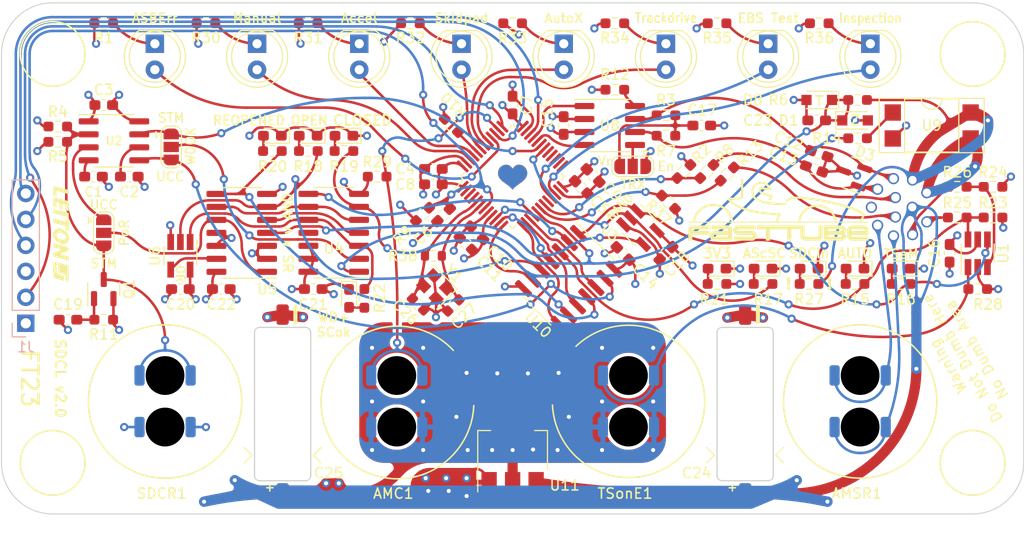
<source format=kicad_pcb>
(kicad_pcb (version 20221018) (generator pcbnew)

  (general
    (thickness 1.6)
  )

  (paper "A4")
  (layers
    (0 "F.Cu" signal)
    (1 "In1.Cu" power "In1-GND.Cu")
    (2 "In2.Cu" power "In2-3V3.Cu")
    (31 "B.Cu" signal)
    (33 "F.Adhes" user "F.Adhesive")
    (35 "F.Paste" user)
    (37 "F.SilkS" user "F.Silkscreen")
    (38 "B.Mask" user)
    (39 "F.Mask" user)
    (40 "Dwgs.User" user "User.Drawings")
    (41 "Cmts.User" user "User.Comments")
    (42 "Eco1.User" user "User.Eco1")
    (43 "Eco2.User" user "User.Eco2")
    (44 "Edge.Cuts" user)
    (45 "Margin" user)
    (46 "B.CrtYd" user "B.Courtyard")
    (47 "F.CrtYd" user "F.Courtyard")
    (49 "F.Fab" user)
  )

  (setup
    (stackup
      (layer "F.SilkS" (type "Top Silk Screen"))
      (layer "F.Paste" (type "Top Solder Paste"))
      (layer "F.Mask" (type "Top Solder Mask") (thickness 0.01))
      (layer "F.Cu" (type "copper") (thickness 0.035))
      (layer "dielectric 1" (type "core") (thickness 0.48) (material "FR4") (epsilon_r 4.5) (loss_tangent 0.02))
      (layer "In1.Cu" (type "copper") (thickness 0.035))
      (layer "dielectric 2" (type "prepreg") (thickness 0.48) (material "FR4") (epsilon_r 4.5) (loss_tangent 0.02))
      (layer "In2.Cu" (type "copper") (thickness 0.035))
      (layer "dielectric 3" (type "core") (thickness 0.48) (material "FR4") (epsilon_r 4.5) (loss_tangent 0.02))
      (layer "B.Cu" (type "copper") (thickness 0.035))
      (layer "B.Mask" (type "Bottom Solder Mask") (thickness 0.01))
      (copper_finish "None")
      (dielectric_constraints no)
    )
    (pad_to_mask_clearance 0)
    (pcbplotparams
      (layerselection 0x00010e0_ffffffff)
      (plot_on_all_layers_selection 0x0000000_00000000)
      (disableapertmacros false)
      (usegerberextensions false)
      (usegerberattributes true)
      (usegerberadvancedattributes true)
      (creategerberjobfile true)
      (dashed_line_dash_ratio 12.000000)
      (dashed_line_gap_ratio 3.000000)
      (svgprecision 6)
      (plotframeref false)
      (viasonmask false)
      (mode 1)
      (useauxorigin false)
      (hpglpennumber 1)
      (hpglpenspeed 20)
      (hpglpendiameter 15.000000)
      (dxfpolygonmode true)
      (dxfimperialunits true)
      (dxfusepcbnewfont true)
      (psnegative false)
      (psa4output false)
      (plotreference true)
      (plotvalue true)
      (plotinvisibletext false)
      (sketchpadsonfab false)
      (subtractmaskfromsilk false)
      (outputformat 1)
      (mirror false)
      (drillshape 0)
      (scaleselection 1)
      (outputdirectory "export/gbr/")
    )
  )

  (net 0 "")
  (net 1 "GND")
  (net 2 "NRST")
  (net 3 "+12V")
  (net 4 "AMC")
  (net 5 "TRACESWO")
  (net 6 "SWDIO")
  (net 7 "SWCLK")
  (net 8 "Net-(Q1-G)")
  (net 9 "AMSRin")
  (net 10 "AMSRout")
  (net 11 "+3.3V")
  (net 12 "/CAN TRX/CAN_H")
  (net 13 "/CAN TRX/CAN_L")
  (net 14 "Net-(U7-PF0)")
  (net 15 "/Connections/SDC_in_3V3")
  (net 16 "Net-(U7-PF1)")
  (net 17 "Net-(D2-K)")
  (net 18 "/Backup AMI/AMI0")
  (net 19 "Net-(D4-A)")
  (net 20 "/Backup AMI/AMI1")
  (net 21 "Net-(D5-A)")
  (net 22 "/Backup AMI/AMI2")
  (net 23 "Net-(D6-A)")
  (net 24 "/Backup AMI/AMI3")
  (net 25 "Net-(D7-A)")
  (net 26 "/Backup AMI/AMI4")
  (net 27 "Net-(D9-A)")
  (net 28 "/Backup AMI/AMI5")
  (net 29 "Net-(D10-A)")
  (net 30 "/Backup AMI/AMI6")
  (net 31 "Net-(J2-Pad1)")
  (net 32 "Net-(J2-Pad9)")
  (net 33 "Net-(R14-Pad2)")
  (net 34 "Net-(D11-A)")
  (net 35 "Net-(D12-A)")
  (net 36 "Net-(D13-A)")
  (net 37 "Net-(D14-K)")
  (net 38 "Net-(D15-K)")
  (net 39 "Net-(D16-K)")
  (net 40 "Net-(D17-K)")
  (net 41 "Net-(D18-K)")
  (net 42 "/Non-Programmable Logic/~{WDO}")
  (net 43 "/Non-Programmable Logic/RP")
  (net 44 "/Non-Programmable Logic/WP")
  (net 45 "/Controller/TS_activate_MUXed")
  (net 46 "/Non-Programmable Logic/close_while_allowed")
  (net 47 "/Non-Programmable Logic/~{reset_all}")
  (net 48 "/Non-Programmable Logic/closing_allowed")
  (net 49 "/Non-Programmable Logic/~{reopen}")
  (net 50 "/Non-Programmable Logic/WD_and_SDCin_ok")
  (net 51 "/Non-Programmable Logic/~{try_close}")
  (net 52 "Net-(J2-Pad11)")
  (net 53 "Net-(J2-Pad12)")
  (net 54 "Net-(D19-K)")
  (net 55 "/Connections/SDC_out")
  (net 56 "/Connections/SDC_in")
  (net 57 "/Connections/TS_activate_dash")
  (net 58 "/Controller/Watchdog")
  (net 59 "WD_OK")
  (net 60 "/CAN TRX/CAN_TX")
  (net 61 "/CAN TRX/CAN_RX")
  (net 62 "Net-(D20-K)")
  (net 63 "/Connections/ASMS")
  (net 64 "/Buttons/~{SDC_reset}")
  (net 65 "/Controller/AS_close_SDC")
  (net 66 "CLOSED")
  (net 67 "INITIAL_OPEN")
  (net 68 "REOPENED")
  (net 69 "/Buttons/TS_activate_ext")
  (net 70 "/Controller/SDC_is_ready")
  (net 71 "Net-(JP1-C)")
  (net 72 "Net-(JPPoR1-A)")
  (net 73 "Net-(U7-BOOT0)")
  (net 74 "Net-(U8-Rs)")
  (net 75 "unconnected-(U7-PA8-Pad29)")
  (net 76 "unconnected-(U7-PB15-Pad28)")
  (net 77 "unconnected-(U7-PB14-Pad27)")
  (net 78 "unconnected-(U7-PB13-Pad26)")
  (net 79 "unconnected-(U7-PB12-Pad25)")
  (net 80 "unconnected-(U7-PB2-Pad20)")
  (net 81 "Net-(U7-PA5)")
  (net 82 "Net-(U7-PA4)")
  (net 83 "Net-(U7-PA3)")
  (net 84 "Net-(U7-PA2)")
  (net 85 "/CAN TRX/Vref")
  (net 86 "Net-(U7-PA1)")
  (net 87 "unconnected-(U4-Pad11)")
  (net 88 "Net-(U7-PA0)")
  (net 89 "LV_SENSE_2")
  (net 90 "LV_SENSE_1")
  (net 91 "unconnected-(U7-PC15-Pad4)")
  (net 92 "/Controller/asb_error")
  (net 93 "unconnected-(U7-PC14-Pad3)")
  (net 94 "unconnected-(U7-PC13-Pad2)")

  (footprint "Capacitor_SMD:C_0603_1608Metric_Pad1.08x0.95mm_HandSolder" (layer "F.Cu") (at 109 67))

  (footprint "Capacitor_SMD:C_0603_1608Metric_Pad1.08x0.95mm_HandSolder" (layer "F.Cu") (at 112.5 67))

  (footprint "Capacitor_SMD:C_0603_1608Metric_Pad1.08x0.95mm_HandSolder" (layer "F.Cu") (at 110 60 180))

  (footprint "Capacitor_SMD:C_0603_1608Metric_Pad1.08x0.95mm_HandSolder" (layer "F.Cu") (at 142.25 66.25 180))

  (footprint "Capacitor_SMD:C_0603_1608Metric_Pad1.08x0.95mm_HandSolder" (layer "F.Cu") (at 156.717515 68.06066 -45))

  (footprint "Capacitor_SMD:C_0603_1608Metric_Pad1.08x0.95mm_HandSolder" (layer "F.Cu") (at 143.25 70.75 -135))

  (footprint "Capacitor_SMD:C_0603_1608Metric_Pad1.08x0.95mm_HandSolder" (layer "F.Cu") (at 150 60 90))

  (footprint "Capacitor_SMD:C_0603_1608Metric_Pad1.08x0.95mm_HandSolder" (layer "F.Cu") (at 142.25 67.75 180))

  (footprint "Capacitor_SMD:C_0603_1608Metric_Pad1.08x0.95mm_HandSolder" (layer "F.Cu") (at 157.867538 66.897577 -45))

  (footprint "Capacitor_SMD:C_0603_1608Metric_Pad1.08x0.95mm_HandSolder" (layer "F.Cu") (at 146.5 72.5 135))

  (footprint "Capacitor_SMD:C_0603_1608Metric_Pad1.08x0.95mm_HandSolder" (layer "F.Cu") (at 145.43934 73.56066 135))

  (footprint "Capacitor_SMD:C_0603_1608Metric_Pad1.08x0.95mm_HandSolder" (layer "F.Cu") (at 180 64.75 -20))

  (footprint "Capacitor_SMD:C_0603_1608Metric_Pad1.08x0.95mm_HandSolder" (layer "F.Cu") (at 179.5 66.25 160))

  (footprint "Package_TO_SOT_SMD:SOT-23-5_HandSoldering" (layer "F.Cu") (at 162.5 72 -45))

  (footprint "Capacitor_SMD:C_0603_1608Metric_Pad1.08x0.95mm_HandSolder" (layer "F.Cu") (at 155 62 90))

  (footprint "Package_TO_SOT_SMD:SOT-23-5_HandSoldering" (layer "F.Cu") (at 117.5 74.75 -90))

  (footprint "Resistor_SMD:R_0603_1608Metric_Pad0.98x0.95mm_HandSolder" (layer "F.Cu") (at 105.5 62.1))

  (footprint "Resistor_SMD:R_0603_1608Metric_Pad0.98x0.95mm_HandSolder" (layer "F.Cu") (at 105.5 63.6 180))

  (footprint "Resistor_SMD:R_0603_1608Metric_Pad0.98x0.95mm_HandSolder" (layer "F.Cu") (at 183.75 59.5 180))

  (footprint "Resistor_SMD:R_0603_1608Metric_Pad0.98x0.95mm_HandSolder" (layer "F.Cu") (at 141.18934 70.68934 45))

  (footprint "Resistor_SMD:R_0603_1608Metric_Pad0.98x0.95mm_HandSolder" (layer "F.Cu") (at 144 62 135))

  (footprint "Resistor_SMD:R_0603_1608Metric_Pad0.98x0.95mm_HandSolder" (layer "F.Cu") (at 160 58.5 180))

  (footprint "Package_TO_SOT_SMD:SOT-23-6_Handsoldering" (layer "F.Cu") (at 195.5 74.5 90))

  (footprint "Package_SO:SOIC-8_3.9x4.9mm_P1.27mm" (layer "F.Cu") (at 111 63.5))

  (footprint "Package_SO:SOIC-14_3.9x8.7mm_P1.27mm" (layer "F.Cu") (at 132.5 72.5 180))

  (footprint "Package_SO:SOIC-14_3.9x8.7mm_P1.27mm" (layer "F.Cu") (at 123.5 72.503922 180))

  (footprint "Package_QFP:LQFP-48_7x7mm_P0.5mm" (layer "F.Cu") (at 150 67 45))

  (footprint "Package_SO:SOIC-8_3.9x4.9mm_P1.27mm" (layer "F.Cu") (at 159.5 62))

  (footprint "Resistor_SMD:R_0603_1608Metric_Pad0.98x0.95mm_HandSolder" (layer "F.Cu") (at 183.75 63.25))

  (footprint "Package_DIP:DIP-4_W7.62mm_SMDSocket_SmallPads" (layer "F.Cu") (at 191 62))

  (footprint "Capacitor_SMD:C_0603_1608Metric_Pad1.08x0.95mm_HandSolder" (layer "F.Cu") (at 192.75 74.5 90))

  (footprint "Capacitor_SMD:C_0603_1608Metric_Pad1.08x0.95mm_HandSolder" (layer "F.Cu") (at 165 74.5 45))

  (footprint "Capacitor_SMD:C_0603_1608Metric_Pad1.08x0.95mm_HandSolder" (layer "F.Cu") (at 117.5 78))

  (footprint "Capacitor_SMD:C_0603_1608Metric_Pad1.08x0.95mm_HandSolder" (layer "F.Cu") (at 130.5 78 180))

  (footprint "Capacitor_SMD:C_0603_1608Metric_Pad1.08x0.95mm_HandSolder" (layer "F.Cu") (at 121.5 78 180))

  (footprint "Diode_SMD:D_0603_1608Metric_Pad1.05x0.95mm_HandSolder" (layer "F.Cu") (at 183.5 76 180))

  (footprint "Diode_SMD:D_0603_1608Metric_Pad1.05x0.95mm_HandSolder" (layer "F.Cu") (at 188 76 180))

  (footprint "Diode_SMD:D_0603_1608Metric_Pad1.05x0.95mm_HandSolder" (layer "F.Cu") (at 174.5 76 180))

  (footprint "Diode_SMD:D_0603_1608Metric_Pad1.05x0.95mm_HandSolder" (layer "F.Cu") (at 130 63 180))

  (footprint "Diode_SMD:D_0603_1608Metric_Pad1.05x0.95mm_HandSolder" (layer "F.Cu") (at 133.5 63 180))

  (footprint "Diode_SMD:D_0603_1608Metric_Pad1.05x0.95mm_HandSolder" (layer "F.Cu") (at 126.5 63 180))

  (footprint "Diode_SMD:D_0603_1608Metric_Pad1.05x0.95mm_HandSolder" (layer "F.Cu") (at 170 76 180))

  (footprint "Resistor_SMD:R_0603_1608Metric_Pad0.98x0.95mm_HandSolder" (layer "F.Cu") (at 183.5 77.5 180))

  (footprint "Resistor_SMD:R_0603_1608Metric_Pad0.98x0.95mm_HandSolder" (layer "F.Cu") (at 188 77.5))

  (footprint "Diode_SMD:D_0603_1608Metric_Pad1.05x0.95mm_HandSolder" (layer "F.Cu") (at 134 78.9125 -90))

  (footprint "Resistor_SMD:R_0603_1608Metric_Pad0.98x0.95mm_HandSolder" (layer "F.Cu") (at 174.5 77.5 180))

  (footprint "Resistor_SMD:R_0603_1608Metric_Pad0.98x0.95mm_HandSolder" (layer "F.Cu") (at 130.016666 64.5 180))

  (footprint "Resistor_SMD:R_0603_1608Metric_Pad0.98x0.95mm_HandSolder" (layer "F.Cu")
    (tstamp 00000000-0000-0000-0000-000061ba033e)
    (at 133.5 64.5 180)
    (descr "Resistor SMD 0603 (1608 Metric), square (rectangular) end terminal, IPC_7351 nominal with elongated pad for handsoldering. (Body size source: IPC-SM-782 page 72, https://www.pcb-3d.com/wordpress/wp-content/uploads/ipc-sm-782a_amendment_1_and_2.pdf), generated with kicad-footprint-generator")
    (tags "resistor handsolder")
    (property "Sheetfile" "npl.kicad_sch")
    (property "Sheetname" "Non-Programmable Logic")
    (property "ki_description" "Resistor")
    (property "ki_keywords" "R res resistor")
    (p
... [1573637 chars truncated]
</source>
